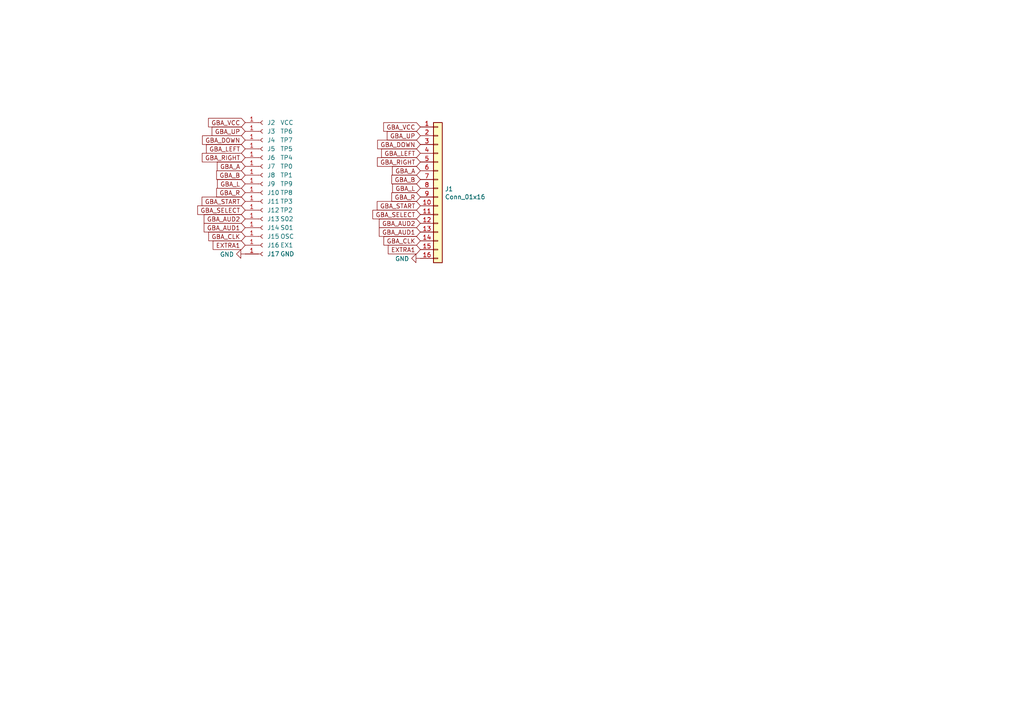
<source format=kicad_sch>
(kicad_sch (version 20211123) (generator eeschema)
  (paper "A4")
  (lib_symbols
    (symbol "Connector:Conn_01x01_Female" (pin_names (offset 1.016) hide)
      (property "Reference" "J" (at 0 2.54 0))
      (property "Value" "Conn_01x01_Female" (at 0 -2.54 0))
      (symbol "Conn_01x01_Female_1_1"
        (polyline (pts (xy -1.27 0) (xy -0.508 0)) (stroke (width 0.1524)))
        (arc (start 0 0.508) (mid -0.508 0) (end 0 -0.508) (stroke (width 0.1524)))
        (pin passive line (at -5.08 0 0) (length 3.81) (name "Pin_1") (number "1"))
      )
    )
    (symbol "Connector_Generic:Conn_01x16" (pin_names (offset 1.016) hide)
      (property "Reference" "J" (at 0 20.32 0))
      (property "Value" "Conn_01x16" (at 0 -22.86 0))
      (symbol "Conn_01x16_1_1"
        (rectangle (start -1.27 -20.193) (end 0 -20.447) (stroke (width 0.1524)))
        (rectangle (start -1.27 -17.653) (end 0 -17.907) (stroke (width 0.1524)))
        (rectangle (start -1.27 -15.113) (end 0 -15.367) (stroke (width 0.1524)))
        (rectangle (start -1.27 -12.573) (end 0 -12.827) (stroke (width 0.1524)))
        (rectangle (start -1.27 -10.033) (end 0 -10.287) (stroke (width 0.1524)))
        (rectangle (start -1.27 -7.493) (end 0 -7.747) (stroke (width 0.1524)))
        (rectangle (start -1.27 -4.953) (end 0 -5.207) (stroke (width 0.1524)))
        (rectangle (start -1.27 -2.413) (end 0 -2.667) (stroke (width 0.1524)))
        (rectangle (start -1.27 0.127) (end 0 -0.127) (stroke (width 0.1524)))
        (rectangle (start -1.27 2.667) (end 0 2.413) (stroke (width 0.1524)))
        (rectangle (start -1.27 5.207) (end 0 4.953) (stroke (width 0.1524)))
        (rectangle (start -1.27 7.747) (end 0 7.493) (stroke (width 0.1524)))
        (rectangle (start -1.27 10.287) (end 0 10.033) (stroke (width 0.1524)))
        (rectangle (start -1.27 12.827) (end 0 12.573) (stroke (width 0.1524)))
        (rectangle (start -1.27 15.367) (end 0 15.113) (stroke (width 0.1524)))
        (rectangle (start -1.27 17.907) (end 0 17.653) (stroke (width 0.1524)))
        (rectangle (start -1.27 19.05) (end 1.27 -21.59) (stroke (width 0.254)) (fill (type background)))
        (pin passive line (at -5.08 17.78 0) (length 3.81) (name "Pin_1") (number "1"))
        (pin passive line (at -5.08 -5.08 0) (length 3.81) (name "Pin_10") (number "10"))
        (pin passive line (at -5.08 -7.62 0) (length 3.81) (name "Pin_11") (number "11"))
        (pin passive line (at -5.08 -10.16 0) (length 3.81) (name "Pin_12") (number "12"))
        (pin passive line (at -5.08 -12.7 0) (length 3.81) (name "Pin_13") (number "13"))
        (pin passive line (at -5.08 -15.24 0) (length 3.81) (name "Pin_14") (number "14"))
        (pin passive line (at -5.08 -17.78 0) (length 3.81) (name "Pin_15") (number "15"))
        (pin passive line (at -5.08 -20.32 0) (length 3.81) (name "Pin_16") (number "16"))
        (pin passive line (at -5.08 15.24 0) (length 3.81) (name "Pin_2") (number "2"))
        (pin passive line (at -5.08 12.7 0) (length 3.81) (name "Pin_3") (number "3"))
        (pin passive line (at -5.08 10.16 0) (length 3.81) (name "Pin_4") (number "4"))
        (pin passive line (at -5.08 7.62 0) (length 3.81) (name "Pin_5") (number "5"))
        (pin passive line (at -5.08 5.08 0) (length 3.81) (name "Pin_6") (number "6"))
        (pin passive line (at -5.08 2.54 0) (length 3.81) (name "Pin_7") (number "7"))
        (pin passive line (at -5.08 0 0) (length 3.81) (name "Pin_8") (number "8"))
        (pin passive line (at -5.08 -2.54 0) (length 3.81) (name "Pin_9") (number "9"))
      )
    )
    (symbol "power:GND" (power) (pin_names (offset 0))
      (property "Value" "GND" (at 0 -3.81 0))
      (symbol "GND_0_1"
        (polyline (pts (xy 0 0) (xy 0 -1.27) (xy 1.27 -1.27) (xy 0 -2.54) (xy -1.27 -1.27) (xy 0 -1.27)))
      )
      (symbol "GND_1_1"
        (pin power_in line (at 0 0 270) (length 0) hide (name "GND") (number "1"))
      )
    )
  )
  (global_label "GBA_LEFT" (shape input) (at 71.12 43.18 180) (property "Intersheet References" "${INTERSHEET_REFS}" (effects hide)))
  (global_label "GBA_SELECT" (shape input) (at 71.12 60.96 180) (property "Intersheet References" "${INTERSHEET_REFS}" (effects hide)))
  (global_label "GBA_RIGHT" (shape input) (at 121.92 46.99 180) (property "Intersheet References" "${INTERSHEET_REFS}" (effects hide)))
  (global_label "GBA_AUD2" (shape input) (at 71.12 63.5 180) (property "Intersheet References" "${INTERSHEET_REFS}" (effects hide)))
  (global_label "EXTRA1" (shape input) (at 121.92 72.39 180) (property "Intersheet References" "${INTERSHEET_REFS}" (effects hide)))
  (global_label "GBA_A" (shape input) (at 71.12 48.26 180) (property "Intersheet References" "${INTERSHEET_REFS}" (effects hide)))
  (global_label "GBA_L" (shape input) (at 71.12 53.34 180) (property "Intersheet References" "${INTERSHEET_REFS}" (effects hide)))
  (global_label "GBA_B" (shape input) (at 71.12 50.8 180) (property "Intersheet References" "${INTERSHEET_REFS}" (effects hide)))
  (global_label "GBA_L" (shape input) (at 121.92 54.61 180) (property "Intersheet References" "${INTERSHEET_REFS}" (effects hide)))
  (global_label "GBA_DOWN" (shape input) (at 71.12 40.64 180) (property "Intersheet References" "${INTERSHEET_REFS}" (effects hide)))
  (global_label "GBA_A" (shape input) (at 121.92 49.53 180) (property "Intersheet References" "${INTERSHEET_REFS}" (effects hide)))
  (global_label "GBA_SELECT" (shape input) (at 121.92 62.23 180) (property "Intersheet References" "${INTERSHEET_REFS}" (effects hide)))
  (global_label "EXTRA1" (shape input) (at 71.12 71.12 180) (property "Intersheet References" "${INTERSHEET_REFS}" (effects hide)))
  (global_label "GBA_AUD2" (shape input) (at 121.92 64.77 180) (property "Intersheet References" "${INTERSHEET_REFS}" (effects hide)))
  (global_label "GBA_B" (shape input) (at 121.92 52.07 180) (property "Intersheet References" "${INTERSHEET_REFS}" (effects hide)))
  (global_label "GBA_DOWN" (shape input) (at 121.92 41.91 180) (property "Intersheet References" "${INTERSHEET_REFS}" (effects hide)))
  (global_label "GBA_AUD1" (shape input) (at 121.92 67.31 180) (property "Intersheet References" "${INTERSHEET_REFS}" (effects hide)))
  (global_label "GBA_AUD1" (shape input) (at 71.12 66.04 180) (property "Intersheet References" "${INTERSHEET_REFS}" (effects hide)))
  (global_label "GBA_RIGHT" (shape input) (at 71.12 45.72 180) (property "Intersheet References" "${INTERSHEET_REFS}" (effects hide)))
  (global_label "GBA_VCC" (shape input) (at 71.12 35.56 180) (property "Intersheet References" "${INTERSHEET_REFS}" (effects hide)))
  (global_label "GBA_CLK" (shape input) (at 121.92 69.85 180) (property "Intersheet References" "${INTERSHEET_REFS}" (effects hide)))
  (global_label "GBA_START" (shape input) (at 71.12 58.42 180) (property "Intersheet References" "${INTERSHEET_REFS}" (effects hide)))
  (global_label "GBA_R" (shape input) (at 71.12 55.88 180) (property "Intersheet References" "${INTERSHEET_REFS}" (effects hide)))
  (global_label "GBA_CLK" (shape input) (at 71.12 68.58 180) (property "Intersheet References" "${INTERSHEET_REFS}" (effects hide)))
  (global_label "GBA_VCC" (shape input) (at 121.92 36.83 180) (property "Intersheet References" "${INTERSHEET_REFS}" (effects hide)))
  (global_label "GBA_START" (shape input) (at 121.92 59.69 180) (property "Intersheet References" "${INTERSHEET_REFS}" (effects hide)))
  (global_label "GBA_UP" (shape input) (at 121.92 39.37 180) (property "Intersheet References" "${INTERSHEET_REFS}" (effects hide)))
  (global_label "GBA_UP" (shape input) (at 71.12 38.1 180) (property "Intersheet References" "${INTERSHEET_REFS}" (effects hide)))
  (global_label "GBA_LEFT" (shape input) (at 121.92 44.45 180) (property "Intersheet References" "${INTERSHEET_REFS}" (effects hide)))
  (global_label "GBA_R" (shape input) (at 121.92 57.15 180) (property "Intersheet References" "${INTERSHEET_REFS}" (effects hide)))
  (symbol (lib_id "Connector_Generic:Conn_01x16") (at 127 54.61 0) (unit 1)
    (property "Reference" "J1" (at 129.032 54.8132 0) (effects (justify left)))
    (property "Value" "Conn_01x16" (at 129.032 57.1246 0) (effects (justify left)))
    (property "Footprint" "OFFSET:JUSHUO_AFC07-S16FCC-00" (effects hide))
  )
  (symbol (lib_id "power:GND") (at 121.92 74.93 270) (unit 1)
    (property "Reference" "#PWR0101" (effects hide))
    (property "Value" "GND" (at 118.6688 75.057 90) (effects (justify right)))
  )
  (symbol (lib_id "power:GND") (at 71.12 73.66 270) (unit 1)
    (property "Reference" "#PWR0102" (effects hide))
    (property "Value" "GND" (at 67.8688 73.787 90) (effects (justify right)))
  )
  (symbol (lib_id "Connector:Conn_01x01_Female") (at 76.2 35.56 0) (unit 1)
    (property "Reference" "J2" (at 77.47 35.56 0) (effects (justify left)))
    (property "Value" "VCC" (at 81.28 35.56 0) (effects (justify left)))
    (property "Footprint" "OFFSET:SOLDER_PAD" (effects hide))
  )
  (symbol (lib_id "Connector:Conn_01x01_Female") (at 76.2 38.1 0) (unit 1)
    (property "Reference" "J3" (at 77.47 38.1 0) (effects (justify left)))
    (property "Value" "TP6" (at 81.28 38.1 0) (effects (justify left)))
    (property "Footprint" "OFFSET:SOLDER_PAD" (effects hide))
  )
  (symbol (lib_id "Connector:Conn_01x01_Female") (at 76.2 40.64 0) (unit 1)
    (property "Reference" "J4" (at 77.47 40.64 0) (effects (justify left)))
    (property "Value" "TP7" (at 81.28 40.64 0) (effects (justify left)))
    (property "Footprint" "OFFSET:SOLDER_PAD" (effects hide))
  )
  (symbol (lib_id "Connector:Conn_01x01_Female") (at 76.2 43.18 0) (unit 1)
    (property "Reference" "J5" (at 77.47 43.18 0) (effects (justify left)))
    (property "Value" "TP5" (at 81.28 43.18 0) (effects (justify left)))
    (property "Footprint" "OFFSET:SOLDER_PAD" (effects hide))
  )
  (symbol (lib_id "Connector:Conn_01x01_Female") (at 76.2 45.72 0) (unit 1)
    (property "Reference" "J6" (at 77.47 45.72 0) (effects (justify left)))
    (property "Value" "TP4" (at 81.28 45.72 0) (effects (justify left)))
    (property "Footprint" "OFFSET:SOLDER_PAD" (effects hide))
  )
  (symbol (lib_id "Connector:Conn_01x01_Female") (at 76.2 48.26 0) (unit 1)
    (property "Reference" "J7" (at 77.47 48.26 0) (effects (justify left)))
    (property "Value" "TP0" (at 81.28 48.26 0) (effects (justify left)))
    (property "Footprint" "OFFSET:SOLDER_PAD" (effects hide))
  )
  (symbol (lib_id "Connector:Conn_01x01_Female") (at 76.2 50.8 0) (unit 1)
    (property "Reference" "J8" (at 77.47 50.8 0) (effects (justify left)))
    (property "Value" "TP1" (at 81.28 50.8 0) (effects (justify left)))
    (property "Footprint" "OFFSET:SOLDER_PAD" (effects hide))
  )
  (symbol (lib_id "Connector:Conn_01x01_Female") (at 76.2 53.34 0) (unit 1)
    (property "Reference" "J9" (at 77.47 53.34 0) (effects (justify left)))
    (property "Value" "TP9" (at 81.28 53.34 0) (effects (justify left)))
    (property "Footprint" "OFFSET:SOLDER_PAD" (effects hide))
  )
  (symbol (lib_id "Connector:Conn_01x01_Female") (at 76.2 55.88 0) (unit 1)
    (property "Reference" "J10" (at 77.47 55.88 0) (effects (justify left)))
    (property "Value" "TP8" (at 81.28 55.88 0) (effects (justify left)))
    (property "Footprint" "OFFSET:SOLDER_PAD" (effects hide))
  )
  (symbol (lib_id "Connector:Conn_01x01_Female") (at 76.2 58.42 0) (unit 1)
    (property "Reference" "J11" (at 77.47 58.42 0) (effects (justify left)))
    (property "Value" "TP3" (at 81.28 58.42 0) (effects (justify left)))
    (property "Footprint" "OFFSET:SOLDER_PAD" (effects hide))
  )
  (symbol (lib_id "Connector:Conn_01x01_Female") (at 76.2 60.96 0) (unit 1)
    (property "Reference" "J12" (at 77.47 60.96 0) (effects (justify left)))
    (property "Value" "TP2" (at 81.28 60.96 0) (effects (justify left)))
    (property "Footprint" "OFFSET:SOLDER_PAD" (effects hide))
  )
  (symbol (lib_id "Connector:Conn_01x01_Female") (at 76.2 63.5 0) (unit 1)
    (property "Reference" "J13" (at 77.47 63.5 0) (effects (justify left)))
    (property "Value" "S02" (at 81.28 63.5 0) (effects (justify left)))
    (property "Footprint" "OFFSET:SOLDER_PAD" (effects hide))
  )
  (symbol (lib_id "Connector:Conn_01x01_Female") (at 76.2 66.04 0) (unit 1)
    (property "Reference" "J14" (at 77.47 66.04 0) (effects (justify left)))
    (property "Value" "S01" (at 81.28 66.04 0) (effects (justify left)))
    (property "Footprint" "OFFSET:SOLDER_PAD" (effects hide))
  )
  (symbol (lib_id "Connector:Conn_01x01_Female") (at 76.2 68.58 0) (unit 1)
    (property "Reference" "J15" (at 77.47 68.58 0) (effects (justify left)))
    (property "Value" "OSC" (at 81.28 68.58 0) (effects (justify left)))
    (property "Footprint" "OFFSET:SOLDER_PAD" (effects hide))
  )
  (symbol (lib_id "Connector:Conn_01x01_Female") (at 76.2 71.12 0) (unit 1)
    (property "Reference" "J16" (at 77.47 71.12 0) (effects (justify left)))
    (property "Value" "EX1" (at 81.28 71.12 0) (effects (justify left)))
    (property "Footprint" "OFFSET:SOLDER_PAD" (effects hide))
  )
  (symbol (lib_id "Connector:Conn_01x01_Female") (at 76.2 73.66 0) (unit 1)
    (property "Reference" "J17" (at 77.47 73.66 0) (effects (justify left)))
    (property "Value" "GND" (at 81.28 73.66 0) (effects (justify left)))
    (property "Footprint" "OFFSET:SOLDER_PAD" (effects hide))
  )
)
</source>
